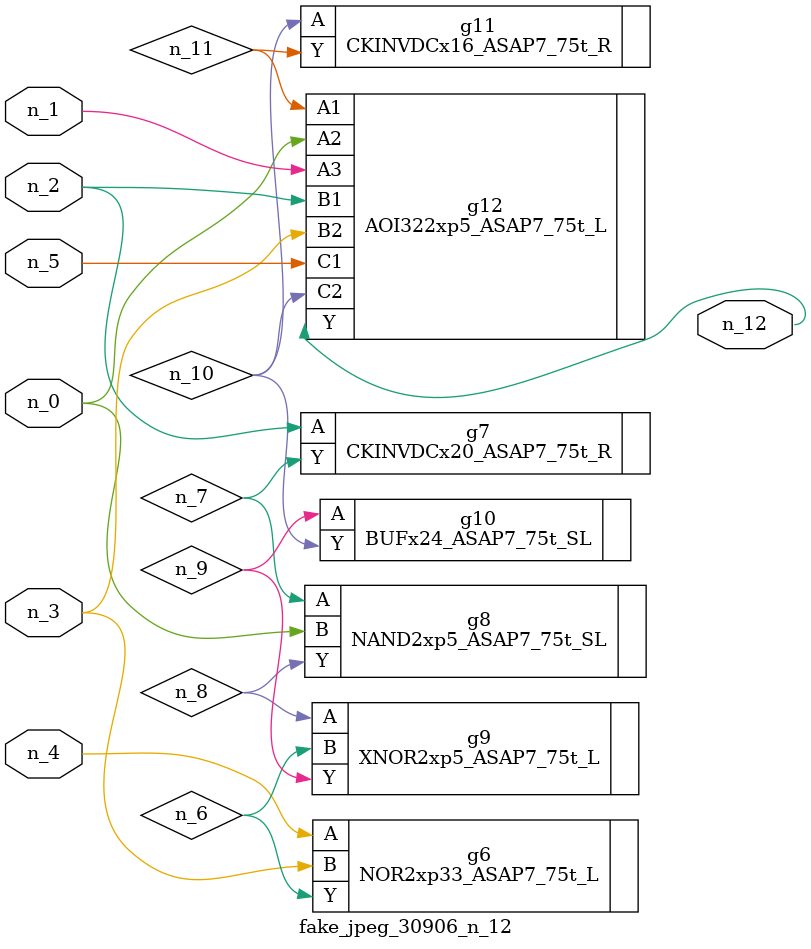
<source format=v>
module fake_jpeg_30906_n_12 (n_3, n_2, n_1, n_0, n_4, n_5, n_12);

input n_3;
input n_2;
input n_1;
input n_0;
input n_4;
input n_5;

output n_12;

wire n_11;
wire n_10;
wire n_8;
wire n_9;
wire n_6;
wire n_7;

NOR2xp33_ASAP7_75t_L g6 ( 
.A(n_4),
.B(n_3),
.Y(n_6)
);

CKINVDCx20_ASAP7_75t_R g7 ( 
.A(n_2),
.Y(n_7)
);

NAND2xp5_ASAP7_75t_SL g8 ( 
.A(n_7),
.B(n_0),
.Y(n_8)
);

XNOR2xp5_ASAP7_75t_L g9 ( 
.A(n_8),
.B(n_6),
.Y(n_9)
);

BUFx24_ASAP7_75t_SL g10 ( 
.A(n_9),
.Y(n_10)
);

CKINVDCx16_ASAP7_75t_R g11 ( 
.A(n_10),
.Y(n_11)
);

AOI322xp5_ASAP7_75t_L g12 ( 
.A1(n_11),
.A2(n_0),
.A3(n_1),
.B1(n_2),
.B2(n_3),
.C1(n_5),
.C2(n_10),
.Y(n_12)
);


endmodule
</source>
